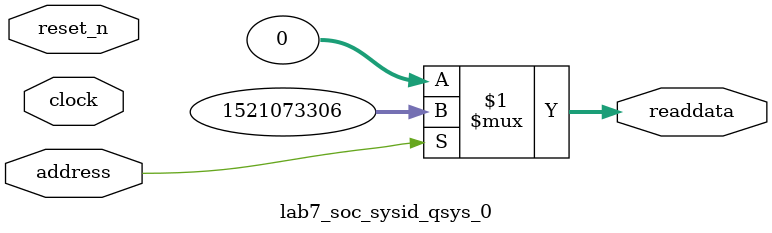
<source format=v>

`timescale 1ns / 1ps
// synthesis translate_on

// turn off superfluous verilog processor warnings 
// altera message_level Level1 
// altera message_off 10034 10035 10036 10037 10230 10240 10030 

module lab7_soc_sysid_qsys_0 (
               // inputs:
                address,
                clock,
                reset_n,

               // outputs:
                readdata
             )
;

  output  [ 31: 0] readdata;
  input            address;
  input            clock;
  input            reset_n;

  wire    [ 31: 0] readdata;
  //control_slave, which is an e_avalon_slave
  assign readdata = address ? 1521073306 : 0;

endmodule




</source>
